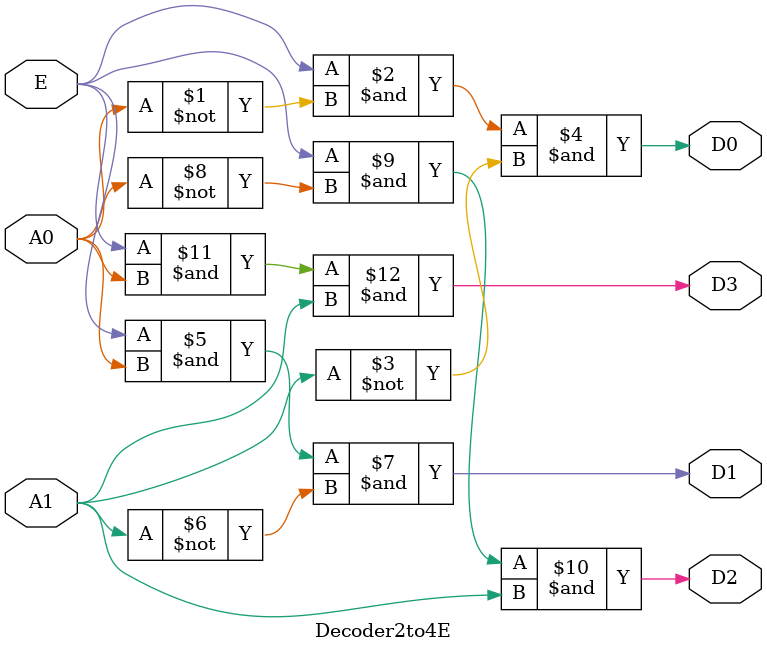
<source format=v>
module Decoder2to4E(
E, A0, A1, D0, D1, D2, D3);

	input E, A0, A1;
	output D0, D1, D2, D3;
	
	assign D0 = E & (~(A0)) & (~(A1));
	assign D1 = E & A0 & (~A1);
	assign D2 = E & (~A0) & A1;
	assign D3 = E & A0 & A1;
	
endmodule
</source>
